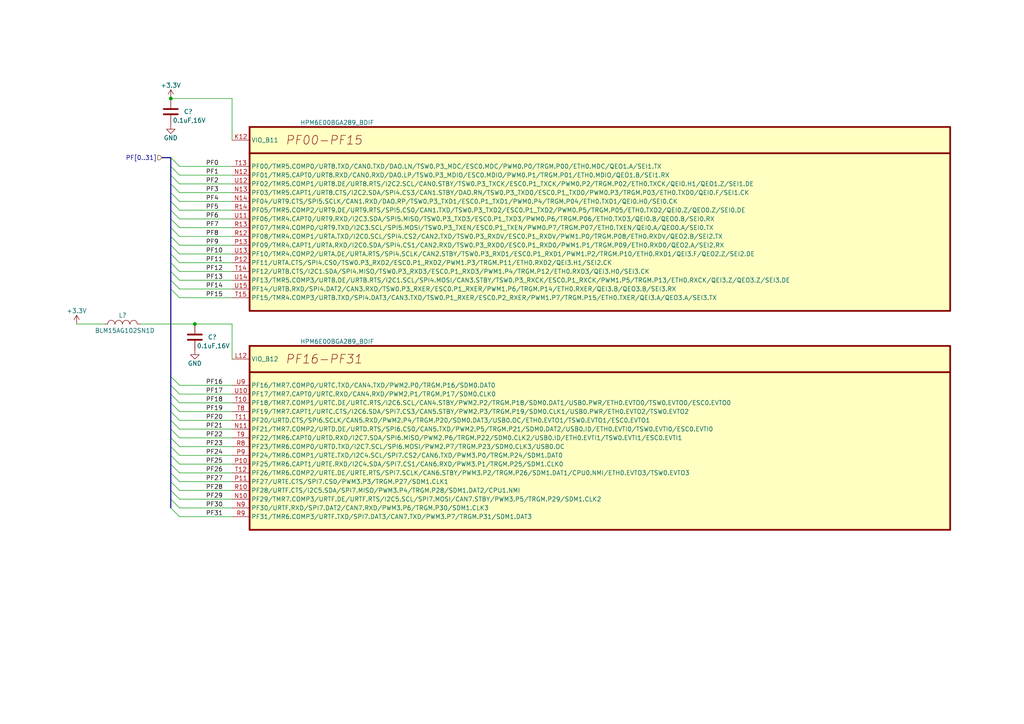
<source format=kicad_sch>
(kicad_sch (version 20230121) (generator eeschema)
  (paper "A4")
  (title_block (title "HPM6E00ADCEVKRevC") (date "2024-09-17") (rev "RevC") (comment 1 "MCU_PF"))
  (junction (at 49.53 28.575))
  (junction (at 56.515 93.98))
  (bus_entry (at 49.53 48.26) (size 2.54 2.54))
  (bus_entry (at 49.53 137.16) (size 2.54 2.54))
  (bus_entry (at 49.53 109.22) (size 2.54 2.54))
  (bus_entry (at 49.53 124.46) (size 2.54 2.54))
  (bus_entry (at 49.53 66.04) (size 2.54 2.54))
  (bus_entry (at 49.53 78.74) (size 2.54 2.54))
  (bus_entry (at 49.53 134.62) (size 2.54 2.54))
  (bus_entry (at 49.53 142.24) (size 2.54 2.54))
  (bus_entry (at 49.53 50.8) (size 2.54 2.54))
  (bus_entry (at 49.53 45.72) (size 2.54 2.54))
  (bus_entry (at 49.53 60.96) (size 2.54 2.54))
  (bus_entry (at 49.53 83.82) (size 2.54 2.54))
  (bus_entry (at 49.53 116.84) (size 2.54 2.54))
  (bus_entry (at 49.53 121.92) (size 2.54 2.54))
  (bus_entry (at 49.53 58.42) (size 2.54 2.54))
  (bus_entry (at 49.53 53.34) (size 2.54 2.54))
  (bus_entry (at 49.53 119.38) (size 2.54 2.54))
  (bus_entry (at 49.53 73.66) (size 2.54 2.54))
  (bus_entry (at 49.53 71.12) (size 2.54 2.54))
  (bus_entry (at 49.53 114.3) (size 2.54 2.54))
  (bus_entry (at 49.53 129.54) (size 2.54 2.54))
  (bus_entry (at 49.53 81.28) (size 2.54 2.54))
  (bus_entry (at 49.53 68.58) (size 2.54 2.54))
  (bus_entry (at 49.53 76.2) (size 2.54 2.54))
  (bus_entry (at 49.53 127) (size 2.54 2.54))
  (bus_entry (at 49.53 111.76) (size 2.54 2.54))
  (bus_entry (at 49.53 132.08) (size 2.54 2.54))
  (bus_entry (at 49.53 144.78) (size 2.54 2.54))
  (bus_entry (at 49.53 139.7) (size 2.54 2.54))
  (bus_entry (at 49.53 63.5) (size 2.54 2.54))
  (bus_entry (at 49.53 55.88) (size 2.54 2.54))
  (bus_entry (at 49.53 147.32) (size 2.54 2.54))
  (wire (pts (xy 52.07 66.04) (xy 67.31 66.04)))
  (wire (pts (xy 52.07 58.42) (xy 67.31 58.42)))
  (wire (pts (xy 67.31 93.98) (xy 67.31 104.14)))
  (bus (pts (xy 49.53 50.8) (xy 49.53 53.34)))
  (wire (pts (xy 52.07 53.34) (xy 67.31 53.34)))
  (bus (pts (xy 49.53 76.2) (xy 49.53 78.74)))
  (wire (pts (xy 52.07 55.88) (xy 67.31 55.88)))
  (bus (pts (xy 49.53 109.22) (xy 49.53 111.76)))
  (wire (pts (xy 52.07 142.24) (xy 67.31 142.24)))
  (wire (pts (xy 52.07 68.58) (xy 67.31 68.58)))
  (bus (pts (xy 49.53 134.62) (xy 49.53 137.16)))
  (bus (pts (xy 49.53 139.7) (xy 49.53 142.24)))
  (wire (pts (xy 52.07 48.26) (xy 67.31 48.26)))
  (bus (pts (xy 49.53 55.88) (xy 49.53 58.42)))
  (bus (pts (xy 49.53 66.04) (xy 49.53 68.58)))
  (bus (pts (xy 49.53 129.54) (xy 49.53 132.08)))
  (wire (pts (xy 52.07 71.12) (xy 67.31 71.12)))
  (wire (pts (xy 52.07 134.62) (xy 67.31 134.62)))
  (wire (pts (xy 67.31 28.575) (xy 67.31 40.64)))
  (bus (pts (xy 49.53 45.72) (xy 49.53 48.26)))
  (wire (pts (xy 52.07 132.08) (xy 67.31 132.08)))
  (bus (pts (xy 49.53 73.66) (xy 49.53 76.2)))
  (bus (pts (xy 49.53 121.92) (xy 49.53 124.46)))
  (wire (pts (xy 52.07 129.54) (xy 67.31 129.54)))
  (bus (pts (xy 46.99 45.72) (xy 49.53 45.72)))
  (bus (pts (xy 49.53 58.42) (xy 49.53 60.96)))
  (bus (pts (xy 49.53 144.78) (xy 49.53 147.32)))
  (bus (pts (xy 49.53 83.82) (xy 49.53 109.22)))
  (bus (pts (xy 49.53 142.24) (xy 49.53 144.78)))
  (wire (pts (xy 52.07 116.84) (xy 67.31 116.84)))
  (wire (pts (xy 52.07 60.96) (xy 67.31 60.96)))
  (wire (pts (xy 52.07 139.7) (xy 67.31 139.7)))
  (wire (pts (xy 52.07 50.8) (xy 67.31 50.8)))
  (bus (pts (xy 49.53 137.16) (xy 49.53 139.7)))
  (wire (pts (xy 52.07 86.36) (xy 67.31 86.36)))
  (wire (pts (xy 52.07 76.2) (xy 67.31 76.2)))
  (bus (pts (xy 49.53 81.28) (xy 49.53 83.82)))
  (wire (pts (xy 52.07 124.46) (xy 67.31 124.46)))
  (bus (pts (xy 49.53 132.08) (xy 49.53 134.62)))
  (wire (pts (xy 52.07 149.86) (xy 67.31 149.86)))
  (bus (pts (xy 49.53 68.58) (xy 49.53 71.12)))
  (bus (pts (xy 49.53 116.84) (xy 49.53 119.38)))
  (wire (pts (xy 52.07 127) (xy 67.31 127)))
  (wire (pts (xy 22.225 93.98) (xy 30.48 93.98)))
  (bus (pts (xy 49.53 63.5) (xy 49.53 66.04)))
  (bus (pts (xy 49.53 119.38) (xy 49.53 121.92)))
  (bus (pts (xy 49.53 78.74) (xy 49.53 81.28)))
  (bus (pts (xy 49.53 60.96) (xy 49.53 63.5)))
  (wire (pts (xy 52.07 114.3) (xy 67.31 114.3)))
  (bus (pts (xy 49.53 124.46) (xy 49.53 127)))
  (wire (pts (xy 52.07 78.74) (xy 67.31 78.74)))
  (bus (pts (xy 49.53 48.26) (xy 49.53 50.8)))
  (wire (pts (xy 52.07 63.5) (xy 67.31 63.5)))
  (wire (pts (xy 52.07 144.78) (xy 67.31 144.78)))
  (wire (pts (xy 52.07 83.82) (xy 67.31 83.82)))
  (bus (pts (xy 49.53 127) (xy 49.53 129.54)))
  (wire (pts (xy 52.07 111.76) (xy 67.31 111.76)))
  (bus (pts (xy 49.53 114.3) (xy 49.53 116.84)))
  (wire (pts (xy 40.64 93.98) (xy 56.515 93.98)))
  (bus (pts (xy 49.53 53.34) (xy 49.53 55.88)))
  (bus (pts (xy 49.53 71.12) (xy 49.53 73.66)))
  (bus (pts (xy 49.53 111.76) (xy 49.53 114.3)))
  (wire (pts (xy 52.07 121.92) (xy 67.31 121.92)))
  (wire (pts (xy 52.07 147.32) (xy 67.31 147.32)))
  (wire (pts (xy 52.07 119.38) (xy 67.31 119.38)))
  (wire (pts (xy 56.515 93.98) (xy 67.31 93.98)))
  (wire (pts (xy 52.07 137.16) (xy 67.31 137.16)))
  (wire (pts (xy 49.53 28.575) (xy 67.31 28.575)))
  (wire (pts (xy 52.07 81.28) (xy 67.31 81.28)))
  (wire (pts (xy 52.07 73.66) (xy 67.31 73.66)))
  (label "PF17" (at 59.69 114.3 0))
  (label "PF21" (at 59.69 124.46 0))
  (label "PF15" (at 59.69 86.36 0))
  (label "PF16" (at 59.69 111.76 0))
  (label "PF29" (at 59.69 144.78 0))
  (label "PF28" (at 59.69 142.24 0))
  (label "PF22" (at 59.69 127 0))
  (label "PF8" (at 59.69 68.58 0))
  (label "PF0" (at 59.69 48.26 0))
  (label "PF5" (at 59.69 60.96 0))
  (label "PF1" (at 59.69 50.8 0))
  (label "PF6" (at 59.69 63.5 0))
  (label "PF10" (at 59.69 73.66 0))
  (label "PF7" (at 59.69 66.04 0))
  (label "PF23" (at 59.69 129.54 0))
  (label "PF11" (at 59.69 76.2 0))
  (label "PF13" (at 59.69 81.28 0))
  (label "PF24" (at 59.69 132.08 0))
  (label "PF19" (at 59.69 119.38 0))
  (label "PF31" (at 59.69 149.86 0))
  (label "PF4" (at 59.69 58.42 0))
  (label "PF14" (at 59.69 83.82 0))
  (label "PF26" (at 59.69 137.16 0))
  (label "PF20" (at 59.69 121.92 0))
  (label "PF12" (at 59.69 78.74 0))
  (label "PF18" (at 59.69 116.84 0))
  (label "PF25" (at 59.69 134.62 0))
  (label "PF30" (at 59.69 147.32 0))
  (label "PF2" (at 59.69 53.34 0))
  (label "PF9" (at 59.69 71.12 0))
  (label "PF3" (at 59.69 55.88 0))
  (label "PF27" (at 59.69 139.7 0))
  (hierarchical_label "PF[0..31]" (shape input) (at 46.99 45.72 180))
  (symbol (lib_id "03_HPM_Capacitance:0.1uF,16V_0402") (at 49.53 32.385 0) (mirror y) (unit 1)
    (property "Reference" "C?" (at 55.88 32.385 0) (effects (justify left)))
    (property "Value" "0.1uF,16V" (at 59.69 34.925 0) (effects (justify left)))
    (property "Footprint" "03_HPM_Capacitance:C_0402_1005Metric" (effects hide))
    (property "Model" "CL05B104KO5NNNC" (effects hide))
    (property "Company" "SAMSUNG(三星)" (effects hide))
    (instances (project "HPM5300-USB-OSC" (path "" (reference "C?") (unit 1))) (project "HPM6E00 SKT Board BGA289_BDIF REVA" (path "" (reference "C?") (unit 1)) (path "" (reference "C?") (unit 1)) (path "" (reference "C?") (unit 1))) (project "HPM6E00ADCEVKRevC" (path "" (reference "C?") (unit 1)) (path "" (reference "C?") (unit 1)) (path "" (reference "C54") (unit 1))) (project "HPM5300 SKT Board LQFP100 REVA" (path "" (reference "C?") (unit 1))))
  )
  (symbol (lib_id "07_HPM_Inductance:磁珠-1kΩ@100MHz_300mA_0402") (at 35.56 93.98 0) (unit 1)
    (property "Reference" "L?" (at 35.56 91.44 0))
    (property "Value" "BLM15AG102SN1D" (at 36.195 95.885 0))
    (property "Footprint" "07_HPM_Inductance:L0402" (effects hide))
    (property "Datasheet" "http://www.szlcsc.com/product/details_78010.html" (effects hide))
    (property "SuppliersPartNumber" "C76883" (effects hide))
    (property "uuid" "std:31453510072c4f8e98ec6bbf092c7702" (effects hide))
    (property "Company" " muRata(村田) " (effects hide))
    (instances (project "HPM62_63_144_ADC_EVK_RevC" (path "" (reference "L?") (unit 1))) (project "HPM6E00ADCEVKRevC" (path "" (reference "L?") (unit 1)) (path "" (reference "L5") (unit 1))))
  )
  (symbol (lib_id "99_HPM:HPM6E00BGA289_BDIF") (at 72.39 100.33 0) (unit 15)
    (property "Reference" "U?" (effects hide))
    (property "Value" "HPM6E00BGA289_BDIF" (at 97.79 99.06 0))
    (property "Footprint" "00_HPM_Library:BGA-289_17x17_14.0x14.0mm" (effects hide))
    (instances (project "HPM6E00 SKT Board BGA289_BDIF REVA" (path "" (reference "U?") (unit 15))) (project "HPM6E00ADCEVKRevC" (path "" (reference "U?") (unit 15)) (path "" (reference "U9") (unit 15))))
  )
  (symbol (lib_id "power:GND") (at 56.515 101.6 0) (mirror y) (unit 1)
    (property "Reference" "#PWR?" (effects hide))
    (property "Value" "GND" (at 58.547 105.41 0) (effects (justify left)))
    (instances (project "HPM6E00 SKT Board BGA289_BDIF REVA" (path "" (reference "#PWR?") (unit 1)) (path "" (reference "#PWR?") (unit 1))) (project "HPM5300-CON-JTAG" (path "" (reference "#PWR?") (unit 1))) (project "HPM6E00ADCEVKRevC" (path "" (reference "#PWR?") (unit 1)) (path "" (reference "#PWR?") (unit 1)) (path "" (reference "#PWR?") (unit 1)) (path "" (reference "#PWR?") (unit 1)) (path "" (reference "#PWR0155") (unit 1))) (project "HPM5300 SKT Board LQFP100 REVA" (path "" (reference "#PWR?") (unit 1))))
  )
  (symbol (lib_id "power:GND") (at 49.53 36.195 0) (mirror y) (unit 1)
    (property "Reference" "#PWR?" (effects hide))
    (property "Value" "GND" (at 51.562 40.005 0) (effects (justify left)))
    (instances (project "HPM6E00 SKT Board BGA289_BDIF REVA" (path "" (reference "#PWR?") (unit 1)) (path "" (reference "#PWR?") (unit 1))) (project "HPM5300-CON-JTAG" (path "" (reference "#PWR?") (unit 1))) (project "HPM6E00ADCEVKRevC" (path "" (reference "#PWR?") (unit 1)) (path "" (reference "#PWR?") (unit 1)) (path "" (reference "#PWR?") (unit 1)) (path "" (reference "#PWR?") (unit 1)) (path "" (reference "#PWR0152") (unit 1))) (project "HPM5300 SKT Board LQFP100 REVA" (path "" (reference "#PWR?") (unit 1))))
  )
  (symbol (lib_id "99_HPM:HPM6E00BGA289_BDIF") (at 72.39 36.83 0) (unit 14)
    (property "Reference" "U?" (effects hide))
    (property "Value" "HPM6E00BGA289_BDIF" (at 97.79 35.56 0))
    (property "Footprint" "00_HPM_Library:BGA-289_17x17_14.0x14.0mm" (effects hide))
    (instances (project "HPM6E00 SKT Board BGA289_BDIF REVA" (path "" (reference "U?") (unit 14))) (project "HPM6E00ADCEVKRevC" (path "" (reference "U?") (unit 14)) (path "" (reference "U9") (unit 14))))
  )
  (symbol (lib_id "power:+3.3V") (at 49.53 28.575 0) (unit 1)
    (property "Reference" "#PWR?" (effects hide))
    (property "Value" "+3.3V" (at 49.53 24.765 0))
    (instances (project "HPM6E00-PA00-PA31-JTAG-BOOT-LED-KEY" (path "" (reference "#PWR?") (unit 1))) (project "HPM6E00 SKT Board BGA289_BDIF REVA" (path "" (reference "#PWR?") (unit 1))) (project "HPM5300-CON-JTAG" (path "" (reference "#PWR?") (unit 1))) (project "HPM6E00ADCEVKRevC" (path "" (reference "#PWR?") (unit 1)) (path "" (reference "#PWR?") (unit 1)) (path "" (reference "#PWR0153") (unit 1))) (project "HPM5300 SKT Board LQFP100 REVA" (path "" (reference "#PWR?") (unit 1))))
  )
  (symbol (lib_id "power:+3.3V") (at 22.225 93.98 0) (unit 1)
    (property "Reference" "#PWR?" (effects hide))
    (property "Value" "+3.3V" (at 22.225 90.17 0))
    (instances (project "HPM6E00-PA00-PA31-JTAG-BOOT-LED-KEY" (path "" (reference "#PWR?") (unit 1))) (project "HPM6E00 SKT Board BGA289_BDIF REVA" (path "" (reference "#PWR?") (unit 1))) (project "HPM5300-CON-JTAG" (path "" (reference "#PWR?") (unit 1))) (project "HPM6E00ADCEVKRevC" (path "" (reference "#PWR?") (unit 1)) (path "" (reference "#PWR?") (unit 1)) (path "" (reference "#PWR0154") (unit 1))) (project "HPM5300 SKT Board LQFP100 REVA" (path "" (reference "#PWR?") (unit 1))))
  )
  (symbol (lib_id "03_HPM_Capacitance:0.1uF,16V_0402") (at 56.515 97.79 0) (mirror y) (unit 1)
    (property "Reference" "C?" (at 62.865 97.79 0) (effects (justify left)))
    (property "Value" "0.1uF,16V" (at 66.675 100.33 0) (effects (justify left)))
    (property "Footprint" "03_HPM_Capacitance:C_0402" (effects hide))
    (property "Model" "CL05B104KO5NNNC" (effects hide))
    (property "Company" "SAMSUNG(三星)" (effects hide))
    (instances (project "HPM5300-USB-OSC" (path "" (reference "C?") (unit 1))) (project "HPM6E00 SKT Board BGA289_BDIF REVA" (path "" (reference "C?") (unit 1)) (path "" (reference "C?") (unit 1)) (path "" (reference "C?") (unit 1))) (project "HPM6E00ADCEVKRevC" (path "" (reference "C?") (unit 1)) (path "" (reference "C?") (unit 1)) (path "" (reference "C?") (unit 1)) (path "" (reference "C?") (unit 1)) (path "" (reference "C55") (unit 1))) (project "HPM5300 SKT Board LQFP100 REVA" (path "" (reference "C?") (unit 1))))
  )
)
</source>
